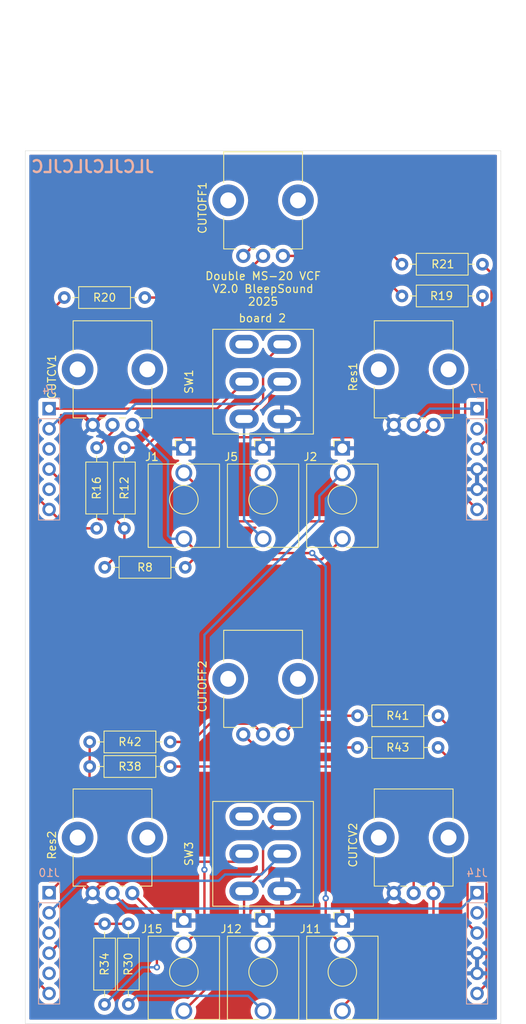
<source format=kicad_pcb>
(kicad_pcb (version 20241229) (generator "pcbnew") (generator_version "9.0")
  (layers (0 "F.Cu" signal) (2 "B.Cu" signal) (13 "F.Paste" user) (15 "B.Paste" user) (5 "F.SilkS" user "F.Silkscreen") (7 "B.SilkS" user "B.Silkscreen") (1 "F.Mask" user) (3 "B.Mask" user) (25 "Edge.Cuts" user))
  (net 0 "")
  (net 1 "GND")
  (net 2 "+12V")
  (net 3 "-12V")
  (net 4 "/HPass")
  (net 5 "/Out1")
  (net 6 "/Filtre2/HPass")
  (net 7 "/Filtre2/Out1")
  (net 8 "Net-(CUTCV1-Pad2)")
  (net 9 "CV1In")
  (net 10 "Net-(CUTCV2-Pad2)")
  (net 11 "CV2In")
  (net 12 "Net-(CUTOFF1-Pad1)")
  (net 13 "Net-(CUTOFF1-Pad2)")
  (net 14 "Net-(CUTOFF1-Pad3)")
  (net 15 "Net-(CUTOFF2-Pad1)")
  (net 16 "Net-(CUTOFF2-Pad2)")
  (net 17 "Net-(CUTOFF2-Pad3)")
  (net 18 "/LPass")
  (net 19 "/FilterOut")
  (net 20 "/Cutoff")
  (net 21 "/ResOut")
  (net 22 "/FilterIn")
  (net 23 "/Filtre2/FilterIn")
  (net 24 "/Filtre2/LPass")
  (net 25 "/Filtre2/FilterOut")
  (net 26 "/Filtre2/Cutoff")
  (net 27 "/Filtre2/ResOut")
  (net 28 "Filter2In")
  (net 39 "Net-(R12-Pad1)")
  (net 40 "Net-(R34-Pad1)")
  (footprint "Kicad-perso:Pot-bourns-alpha" (layer "F.Cu") (at 108.5 71.05 90)
    (property "Reference" "CUTCV1" (at 6.05 -10.15 90) (layer "F.SilkS"))
    (property "Value" "B100k")
    (fp_line (start 13.12 -7.47) (end 13.12 2.47) (stroke (width 0.12)) (layer "F.SilkS"))
    (fp_line (start 9.255 -7.47) (end 13.12 -7.47) (stroke (width 0.12)) (layer "F.SilkS"))
    (fp_line (start 0.88 -7.47) (end 4.745 -7.47) (stroke (width 0.12)) (layer "F.SilkS"))
    (fp_line (start 0.88 -7.47) (end 0.88 -5.871) (stroke (width 0.12)) (layer "F.SilkS"))
    (fp_line (start 0.88 -4.129) (end 0.88 -3.37) (stroke (width 0.12)) (layer "F.SilkS"))
    (fp_line (start 0.88 -1.629) (end 0.88 -0.87) (stroke (width 0.12)) (layer "F.SilkS"))
    (fp_line (start 0.88 0.87) (end 0.88 2.47) (stroke (width 0.12)) (layer "F.SilkS"))
    (fp_line (start 9.255 2.47) (end 13.12 2.47) (stroke (width 0.12)) (layer "F.SilkS"))
    (fp_line (start 0.88 2.47) (end 4.745 2.47) (stroke (width 0.12)) (layer "F.SilkS"))
    (pad "" np_thru_hole circle (at 7 -6.9 90) (size 4 4) (drill 2) (layers "*.Cu" "*.Mask"))
    (pad "" np_thru_hole circle (at 7 1.9 90) (size 4 4) (drill 2) (layers "*.Cu" "*.Mask"))
    (pad "1" thru_hole circle (at 0 -5 90) (size 1.8 1.8) (drill 1) (layers "*.Cu" "*.Mask") (net 1 "GND"))
    (pad "2" thru_hole circle (at 0 -2.5 90) (size 1.8 1.8) (drill 1) (layers "*.Cu" "*.Mask") (net 8 "Net-(CUTCV1-Pad2)"))
    (pad "3" thru_hole circle (at 0 0 90) (size 1.8 1.8) (drill 1) (layers "*.Cu" "*.Mask") (net 9 "CV1In"))
  )
  (footprint "Kicad-perso:Pot-bourns-alpha" (layer "F.Cu") (at 127.5 49.75 90)
    (property "Reference" "CUTOFF1" (at 6.05 -10.15 90) (layer "F.SilkS"))
    (property "Value" "B100k")
    (fp_line (start 13.12 -7.47) (end 13.12 2.47) (stroke (width 0.12)) (layer "F.SilkS"))
    (fp_line (start 9.255 -7.47) (end 13.12 -7.47) (stroke (width 0.12)) (layer "F.SilkS"))
    (fp_line (start 0.88 -7.47) (end 4.745 -7.47) (stroke (width 0.12)) (layer "F.SilkS"))
    (fp_line (start 0.88 -7.47) (end 0.88 -5.871) (stroke (width 0.12)) (layer "F.SilkS"))
    (fp_line (start 0.88 -4.129) (end 0.88 -3.37) (stroke (width 0.12)) (layer "F.SilkS"))
    (fp_line (start 0.88 -1.629) (end 0.88 -0.87) (stroke (width 0.12)) (layer "F.SilkS"))
    (fp_line (start 0.88 0.87) (end 0.88 2.47) (stroke (width 0.12)) (layer "F.SilkS"))
    (fp_line (start 9.255 2.47) (end 13.12 2.47) (stroke (width 0.12)) (layer "F.SilkS"))
    (fp_line (start 0.88 2.47) (end 4.745 2.47) (stroke (width 0.12)) (layer "F.SilkS"))
    (pad "" np_thru_hole circle (at 7 -6.9 90) (size 4 4) (drill 2) (layers "*.Cu" "*.Mask"))
    (pad "" np_thru_hole circle (at 7 1.9 90) (size 4 4) (drill 2) (layers "*.Cu" "*.Mask"))
    (pad "1" thru_hole circle (at 0 -5 90) (size 1.8 1.8) (drill 1) (layers "*.Cu" "*.Mask") (net 12 "Net-(CUTOFF1-Pad1)"))
    (pad "2" thru_hole circle (at 0 -2.5 90) (size 1.8 1.8) (drill 1) (layers "*.Cu" "*.Mask") (net 13 "Net-(CUTOFF1-Pad2)"))
    (pad "3" thru_hole circle (at 0 0 90) (size 1.8 1.8) (drill 1) (layers "*.Cu" "*.Mask") (net 14 "Net-(CUTOFF1-Pad3)"))
  )
  (footprint "Resistor_THT:R_Axial_DIN0207_L6.3mm_D2.5mm_P10.16mm_Horizontal" (layer "F.Cu") (at 104 84.08 90)
    (property "Reference" "R16" (at 5.08 0 90) (layer "F.SilkS"))
    (property "Value" "82k")
    (fp_line (start 8.35 -1.37) (end 1.81 -1.37) (stroke (width 0.12)) (layer "F.SilkS"))
    (fp_line (start 1.81 -1.37) (end 1.81 1.37) (stroke (width 0.12)) (layer "F.SilkS"))
    (fp_line (start 9.12 0) (end 8.35 0) (stroke (width 0.12)) (layer "F.SilkS"))
    (fp_line (start 1.04 0) (end 1.81 0) (stroke (width 0.12)) (layer "F.SilkS"))
    (fp_line (start 8.35 1.37) (end 8.35 -1.37) (stroke (width 0.12)) (layer "F.SilkS"))
    (fp_line (start 1.81 1.37) (end 8.35 1.37) (stroke (width 0.12)) (layer "F.SilkS"))
    (pad "1" thru_hole circle (at 0 0 90) (size 1.6 1.6) (drill 0.8) (layers "*.Cu" "*.Mask") (net 20 "/Cutoff"))
    (pad "2" thru_hole oval (at 10.16 0 90) (size 1.6 1.6) (drill 0.8) (layers "*.Cu" "*.Mask") (net 8 "Net-(CUTCV1-Pad2)"))
  )
  (footprint "Resistor_THT:R_Axial_DIN0207_L6.3mm_D2.5mm_P10.16mm_Horizontal" (layer "F.Cu") (at 99.92 55)
    (property "Reference" "R20" (at 5.08 0 0) (layer "F.SilkS"))
    (property "Value" "100k")
    (fp_line (start 1.04 0) (end 1.81 0) (stroke (width 0.12)) (layer "F.SilkS"))
    (fp_line (start 1.81 -1.37) (end 1.81 1.37) (stroke (width 0.12)) (layer "F.SilkS"))
    (fp_line (start 1.81 1.37) (end 8.35 1.37) (stroke (width 0.12)) (layer "F.SilkS"))
    (fp_line (start 8.35 -1.37) (end 1.81 -1.37) (stroke (width 0.12)) (layer "F.SilkS"))
    (fp_line (start 8.35 1.37) (end 8.35 -1.37) (stroke (width 0.12)) (layer "F.SilkS"))
    (fp_line (start 9.12 0) (end 8.35 0) (stroke (width 0.12)) (layer "F.SilkS"))
    (pad "1" thru_hole circle (at 0 0) (size 1.6 1.6) (drill 0.8) (layers "*.Cu" "*.Mask") (net 20 "/Cutoff"))
    (pad "2" thru_hole oval (at 10.16 0) (size 1.6 1.6) (drill 0.8) (layers "*.Cu" "*.Mask") (net 13 "Net-(CUTOFF1-Pad2)"))
  )
  (footprint "Resistor_THT:R_Axial_DIN0207_L6.3mm_D2.5mm_P10.16mm_Horizontal" (layer "F.Cu") (at 142.52 54.8)
    (property "Reference" "R19" (at 5 0 0) (layer "F.SilkS"))
    (property "Value" "33k")
    (fp_line (start 1.04 0) (end 1.81 0) (stroke (width 0.12)) (layer "F.SilkS"))
    (fp_line (start 1.81 -1.37) (end 1.81 1.37) (stroke (width 0.12)) (layer "F.SilkS"))
    (fp_line (start 1.81 1.37) (end 8.35 1.37) (stroke (width 0.12)) (layer "F.SilkS"))
    (fp_line (start 8.35 -1.37) (end 1.81 -1.37) (stroke (width 0.12)) (layer "F.SilkS"))
    (fp_line (start 8.35 1.37) (end 8.35 -1.37) (stroke (width 0.12)) (layer "F.SilkS"))
    (fp_line (start 9.12 0) (end 8.35 0) (stroke (width 0.12)) (layer "F.SilkS"))
    (pad "1" thru_hole circle (at 0 0) (size 1.6 1.6) (drill 0.8) (layers "*.Cu" "*.Mask") (net 14 "Net-(CUTOFF1-Pad3)"))
    (pad "2" thru_hole oval (at 10.16 0) (size 1.6 1.6) (drill 0.8) (layers "*.Cu" "*.Mask") (net 2 "+12V"))
  )
  (footprint "Resistor_THT:R_Axial_DIN0207_L6.3mm_D2.5mm_P10.16mm_Horizontal" (layer "F.Cu") (at 152.68 50.8 180)
    (property "Reference" "R21" (at 5 0 0) (layer "F.SilkS"))
    (property "Value" "56k")
    (fp_line (start 9.12 0) (end 8.35 0) (stroke (width 0.12)) (layer "F.SilkS"))
    (fp_line (start 8.35 1.37) (end 8.35 -1.37) (stroke (width 0.12)) (layer "F.SilkS"))
    (fp_line (start 8.35 -1.37) (end 1.81 -1.37) (stroke (width 0.12)) (layer "F.SilkS"))
    (fp_line (start 1.81 1.37) (end 8.35 1.37) (stroke (width 0.12)) (layer "F.SilkS"))
    (fp_line (start 1.81 -1.37) (end 1.81 1.37) (stroke (width 0.12)) (layer "F.SilkS"))
    (fp_line (start 1.04 0) (end 1.81 0) (stroke (width 0.12)) (layer "F.SilkS"))
    (pad "1" thru_hole circle (at 0 0 180) (size 1.6 1.6) (drill 0.8) (layers "*.Cu" "*.Mask") (net 3 "-12V"))
    (pad "2" thru_hole oval (at 10.16 0 180) (size 1.6 1.6) (drill 0.8) (layers "*.Cu" "*.Mask") (net 12 "Net-(CUTOFF1-Pad1)"))
  )
  (footprint "Resistor_THT:R_Axial_DIN0207_L6.3mm_D2.5mm_P10.16mm_Horizontal" (layer "F.Cu") (at 107.5 73.92 -90)
    (property "Reference" "R12" (at 5.08 0 90) (layer "F.SilkS"))
    (property "Value" "1k")
    (fp_line (start 1.81 1.37) (end 8.35 1.37) (stroke (width 0.12)) (layer "F.SilkS"))
    (fp_line (start 8.35 1.37) (end 8.35 -1.37) (stroke (width 0.12)) (layer "F.SilkS"))
    (fp_line (start 1.04 0) (end 1.81 0) (stroke (width 0.12)) (layer "F.SilkS"))
    (fp_line (start 9.12 0) (end 8.35 0) (stroke (width 0.12)) (layer "F.SilkS"))
    (fp_line (start 1.81 -1.37) (end 1.81 1.37) (stroke (width 0.12)) (layer "F.SilkS"))
    (fp_line (start 8.35 -1.37) (end 1.81 -1.37) (stroke (width 0.12)) (layer "F.SilkS"))
    (pad "1" thru_hole circle (at 0 0 270) (size 1.6 1.6) (drill 0.8) (layers "*.Cu" "*.Mask") (net 39 "Net-(R12-Pad1)"))
    (pad "2" thru_hole oval (at 10.16 0 270) (size 1.6 1.6) (drill 0.8) (layers "*.Cu" "*.Mask") (net 5 "/Out1"))
  )
  (footprint "Resistor_THT:R_Axial_DIN0207_L6.3mm_D2.5mm_P10.16mm_Horizontal" (layer "F.Cu") (at 115.18 89 180)
    (property "Reference" "R8" (at 5.08 0 0) (layer "F.SilkS"))
    (property "Value" "1k")
    (fp_line (start 9.12 0) (end 8.35 0) (stroke (width 0.12)) (layer "F.SilkS"))
    (fp_line (start 8.35 1.37) (end 8.35 -1.37) (stroke (width 0.12)) (layer "F.SilkS"))
    (fp_line (start 8.35 -1.37) (end 1.81 -1.37) (stroke (width 0.12)) (layer "F.SilkS"))
    (fp_line (start 1.81 1.37) (end 8.35 1.37) (stroke (width 0.12)) (layer "F.SilkS"))
    (fp_line (start 1.81 -1.37) (end 1.81 1.37) (stroke (width 0.12)) (layer "F.SilkS"))
    (fp_line (start 1.04 0) (end 1.81 0) (stroke (width 0.12)) (layer "F.SilkS"))
    (pad "1" thru_hole circle (at 0 0 180) (size 1.6 1.6) (drill 0.8) (layers "*.Cu" "*.Mask") (net 19 "/FilterOut"))
    (pad "2" thru_hole oval (at 10.16 0 180) (size 1.6 1.6) (drill 0.8) (layers "*.Cu" "*.Mask") (net 5 "/Out1"))
  )
  (footprint "Resistor_THT:R_Axial_DIN0207_L6.3mm_D2.5mm_P10.16mm_Horizontal" (layer "F.Cu") (at 105 144.08 90)
    (property "Reference" "R34" (at 5.08 0 90) (layer "F.SilkS"))
    (property "Value" "1k")
    (fp_line (start 8.35 -1.37) (end 1.81 -1.37) (stroke (width 0.12)) (layer "F.SilkS"))
    (fp_line (start 1.81 -1.37) (end 1.81 1.37) (stroke (width 0.12)) (layer "F.SilkS"))
    (fp_line (start 9.12 0) (end 8.35 0) (stroke (width 0.12)) (layer "F.SilkS"))
    (fp_line (start 1.04 0) (end 1.81 0) (stroke (width 0.12)) (layer "F.SilkS"))
    (fp_line (start 8.35 1.37) (end 8.35 -1.37) (stroke (width 0.12)) (layer "F.SilkS"))
    (fp_line (start 1.81 1.37) (end 8.35 1.37) (stroke (width 0.12)) (layer "F.SilkS"))
    (pad "1" thru_hole circle (at 0 0 90) (size 1.6 1.6) (drill 0.8) (layers "*.Cu" "*.Mask") (net 40 "Net-(R34-Pad1)"))
    (pad "2" thru_hole oval (at 10.16 0 90) (size 1.6 1.6) (drill 0.8) (layers "*.Cu" "*.Mask") (net 7 "/Filtre2/Out1"))
  )
  (footprint "Resistor_THT:R_Axial_DIN0207_L6.3mm_D2.5mm_P10.16mm_Horizontal" (layer "F.Cu") (at 108 144.08 90)
    (property "Reference" "R30" (at 5.08 0 90) (layer "F.SilkS"))
    (property "Value" "1k")
    (fp_line (start 8.35 -1.37) (end 1.81 -1.37) (stroke (width 0.12)) (layer "F.SilkS"))
    (fp_line (start 1.81 -1.37) (end 1.81 1.37) (stroke (width 0.12)) (layer "F.SilkS"))
    (fp_line (start 9.12 0) (end 8.35 0) (stroke (width 0.12)) (layer "F.SilkS"))
    (fp_line (start 1.04 0) (end 1.81 0) (stroke (width 0.12)) (layer "F.SilkS"))
    (fp_line (start 8.35 1.37) (end 8.35 -1.37) (stroke (width 0.12)) (layer "F.SilkS"))
    (fp_line (start 1.81 1.37) (end 8.35 1.37) (stroke (width 0.12)) (layer "F.SilkS"))
    (pad "1" thru_hole circle (at 0 0 90) (size 1.6 1.6) (drill 0.8) (layers "*.Cu" "*.Mask") (net 25 "/Filtre2/FilterOut"))
    (pad "2" thru_hole oval (at 10.16 0 90) (size 1.6 1.6) (drill 0.8) (layers "*.Cu" "*.Mask") (net 7 "/Filtre2/Out1"))
  )
  (footprint "Kicad-perso:Pot-bourns-alpha" (layer "F.Cu") (at 146.5 71.05 90)
    (property "Reference" "Res1" (at 6.05 -10.15 90) (layer "F.SilkS"))
    (property "Value" "B100k")
    (fp_line (start 13.12 -7.47) (end 13.12 2.47) (stroke (width 0.12)) (layer "F.SilkS"))
    (fp_line (start 9.255 -7.47) (end 13.12 -7.47) (stroke (width 0.12)) (layer "F.SilkS"))
    (fp_line (start 0.88 -7.47) (end 4.745 -7.47) (stroke (width 0.12)) (layer "F.SilkS"))
    (fp_line (start 0.88 -7.47) (end 0.88 -5.871) (stroke (width 0.12)) (layer "F.SilkS"))
    (fp_line (start 0.88 -4.129) (end 0.88 -3.37) (stroke (width 0.12)) (layer "F.SilkS"))
    (fp_line (start 0.88 -1.629) (end 0.88 -0.87) (stroke (width 0.12)) (layer "F.SilkS"))
    (fp_line (start 0.88 0.87) (end 0.88 2.47) (stroke (width 0.12)) (layer "F.SilkS"))
    (fp_line (start 9.255 2.47) (end 13.12 2.47) (stroke (width 0.12)) (layer "F.SilkS"))
    (fp_line (start 0.88 2.47) (end 4.745 2.47) (stroke (width 0.12)) (layer "F.SilkS"))
    (pad "" np_thru_hole circle (at 7 -6.9 90) (size 4 4) (drill 2) (layers "*.Cu" "*.Mask"))
    (pad "" np_thru_hole circle (at 7 1.9 90) (size 4 4) (drill 2) (layers "*.Cu" "*.Mask"))
    (pad "1" thru_hole circle (at 0 -5 90) (size 1.8 1.8) (drill 1) (layers "*.Cu" "*.Mask") (net 1 "GND"))
    (pad "2" thru_hole circle (at 0 -2.5 90) (size 1.8 1.8) (drill 1) (layers "*.Cu" "*.Mask") (net 21 "/ResOut"))
    (pad "3" thru_hole circle (at 0 0 90) (size 1.8 1.8) (drill 1) (layers "*.Cu" "*.Mask") (net 39 "Net-(R12-Pad1)"))
  )
  (footprint "Kicad-perso:SW_DPDT_Toggle" (layer "F.Cu") (at 125 65.6 90)
    (property "Reference" "SW1" (at 0 -9.35 90) (layer "F.SilkS"))
    (property "Value" "Hpass/Lpass Switch")
    (fp_line (start 6.6 -6.35) (end 6.6 3.35) (stroke (width 0.12)) (layer "F.SilkS"))
    (fp_line (start 0 -6.35) (end 6.6 -6.35) (stroke (width 0.12)) (layer "F.SilkS"))
    (fp_line (start 0 -6.35) (end -6 -6.35) (stroke (width 0.12)) (layer "F.SilkS"))
    (fp_line (start -6 -6.35) (end -6.4 -6.35) (stroke (width 0.12)) (layer "F.SilkS"))
    (fp_line (start -6.4 -6.35) (end -6.6 -6.35) (stroke (width 0.12)) (layer "F.SilkS"))
    (fp_line (start -6.6 3.35) (end -6.6 -6.35) (stroke (width 0.12)) (layer "F.SilkS"))
    (fp_line (start 6.6 6.35) (end 6.6 3.35) (stroke (width 0.12)) (layer "F.SilkS"))
    (fp_line (start 6.6 6.35) (end -6.6 6.35) (stroke (width 0.12)) (layer "F.SilkS"))
    (fp_line (start -6.6 6.35) (end -6.6 3.35) (stroke (width 0.12)) (layer "F.SilkS"))
    (pad "1" thru_hole oval (at 4.7 -2.4 180) (size 3.7 2.4) (drill oval 2.2 1) (layers "*.Cu" "*.Mask"))
    (pad "2" thru_hole oval (at 0 -2.4 180) (size 3.7 2.4) (drill oval 2.2 1) (layers "*.Cu" "*.Mask") (net 18 "/LPass"))
    (pad "3" thru_hole oval (at -4.7 -2.4 180) (size 3.7 2.4) (drill oval 2.2 1) (layers "*.Cu" "*.Mask") (net 22 "/FilterIn"))
    (pad "4" thru_hole oval (at 4.7 2.4 180) (size 3.7 2.4) (drill oval 2.2 1) (layers "*.Cu" "*.Mask") (net 22 "/FilterIn"))
    (pad "5" thru_hole oval (at 0 2.4 180) (size 3.7 2.4) (drill oval 2.2 1) (layers "*.Cu" "*.Mask") (net 4 "/HPass"))
    (pad "6" thru_hole oval (at -4.7 2.4 180) (size 3.7 2.4) (drill oval 2.2 1) (layers "*.Cu" "*.Mask") (net 1 "GND"))
  )
  (footprint "Resistor_THT:R_Axial_DIN0207_L6.3mm_D2.5mm_P10.16mm_Horizontal" (layer "F.Cu") (at 103.12 111)
    (property "Reference" "R42" (at 5.08 0 0) (layer "F.SilkS"))
    (property "Value" "100k")
    (fp_line (start 1.04 0) (end 1.81 0) (stroke (width 0.12)) (layer "F.SilkS"))
    (fp_line (start 1.81 -1.37) (end 1.81 1.37) (stroke (width 0.12)) (layer "F.SilkS"))
    (fp_line (start 1.81 1.37) (end 8.35 1.37) (stroke (width 0.12)) (layer "F.SilkS"))
    (fp_line (start 8.35 -1.37) (end 1.81 -1.37) (stroke (width 0.12)) (layer "F.SilkS"))
    (fp_line (start 8.35 1.37) (end 8.35 -1.37) (stroke (width 0.12)) (layer "F.SilkS"))
    (fp_line (start 9.12 0) (end 8.35 0) (stroke (width 0.12)) (layer "F.SilkS"))
    (pad "1" thru_hole circle (at 0 0) (size 1.6 1.6) (drill 0.8) (layers "*.Cu" "*.Mask") (net 26 "/Filtre2/Cutoff"))
    (pad "2" thru_hole oval (at 10.16 0) (size 1.6 1.6) (drill 0.8) (layers "*.Cu" "*.Mask") (net 16 "Net-(CUTOFF2-Pad2)"))
  )
  (footprint "Resistor_THT:R_Axial_DIN0207_L6.3mm_D2.5mm_P10.16mm_Horizontal" (layer "F.Cu") (at 147.08 111.7 180)
    (property "Reference" "R43" (at 5.08 0 0) (layer "F.SilkS"))
    (property "Value" "56k")
    (fp_line (start 9.12 0) (end 8.35 0) (stroke (width 0.12)) (layer "F.SilkS"))
    (fp_line (start 8.35 1.37) (end 8.35 -1.37) (stroke (width 0.12)) (layer "F.SilkS"))
    (fp_line (start 8.35 -1.37) (end 1.81 -1.37) (stroke (width 0.12)) (layer "F.SilkS"))
    (fp_line (start 1.81 1.37) (end 8.35 1.37) (stroke (width 0.12)) (layer "F.SilkS"))
    (fp_line (start 1.81 -1.37) (end 1.81 1.37) (stroke (width 0.12)) (layer "F.SilkS"))
    (fp_line (start 1.04 0) (end 1.81 0) (stroke (width 0.12)) (layer "F.SilkS"))
    (pad "1" thru_hole circle (at 0 0 180) (size 1.6 1.6) (drill 0.8) (layers "*.Cu" "*.Mask") (net 3 "-12V"))
    (pad "2" thru_hole oval (at 10.16 0 180) (size 1.6 1.6) (drill 0.8) (layers "*.Cu" "*.Mask") (net 15 "Net-(CUTOFF2-Pad1)"))
  )
  (footprint "Resistor_THT:R_Axial_DIN0207_L6.3mm_D2.5mm_P10.16mm_Horizontal" (layer "F.Cu") (at 136.92 107.7)
    (property "Reference" "R41" (at 5.08 0 0) (layer "F.SilkS"))
    (property "Value" "33k")
    (fp_line (start 1.04 0) (end 1.81 0) (stroke (width 0.12)) (layer "F.SilkS"))
    (fp_line (start 1.81 -1.37) (end 1.81 1.37) (stroke (width 0.12)) (layer "F.SilkS"))
    (fp_line (start 1.81 1.37) (end 8.35 1.37) (stroke (width 0.12)) (layer "F.SilkS"))
    (fp_line (start 8.35 -1.37) (end 1.81 -1.37) (stroke (width 0.12)) (layer "F.SilkS"))
    (fp_line (start 8.35 1.37) (end 8.35 -1.37) (stroke (width 0.12)) (layer "F.SilkS"))
    (fp_line (start 9.12 0) (end 8.35 0) (stroke (width 0.12)) (layer "F.SilkS"))
    (pad "1" thru_hole circle (at 0 0) (size 1.6 1.6) (drill 0.8) (layers "*.Cu" "*.Mask") (net 17 "Net-(CUTOFF2-Pad3)"))
    (pad "2" thru_hole oval (at 10.16 0) (size 1.6 1.6) (drill 0.8) (layers "*.Cu" "*.Mask") (net 2 "+12V"))
  )
  (footprint "Resistor_THT:R_Axial_DIN0207_L6.3mm_D2.5mm_P10.16mm_Horizontal" (layer "F.Cu") (at 103.12 114.1)
    (property "Reference" "R38" (at 5.08 0 0) (layer "F.SilkS"))
    (property "Value" "82k")
    (fp_line (start 1.04 0) (end 1.81 0) (stroke (width 0.12)) (layer "F.SilkS"))
    (fp_line (start 1.81 -1.37) (end 1.81 1.37) (stroke (width 0.12)) (layer "F.SilkS"))
    (fp_line (start 1.81 1.37) (end 8.35 1.37) (stroke (width 0.12)) (layer "F.SilkS"))
    (fp_line (start 8.35 -1.37) (end 1.81 -1.37) (stroke (width 0.12)) (layer "F.SilkS"))
    (fp_line (start 8.35 1.37) (end 8.35 -1.37) (stroke (width 0.12)) (layer "F.SilkS"))
    (fp_line (start 9.12 0) (end 8.35 0) (stroke (width 0.12)) (layer "F.SilkS"))
    (pad "1" thru_hole circle (at 0 0) (size 1.6 1.6) (drill 0.8) (layers "*.Cu" "*.Mask") (net 26 "/Filtre2/Cutoff"))
    (pad "2" thru_hole oval (at 10.16 0) (size 1.6 1.6) (drill 0.8) (layers "*.Cu" "*.Mask") (net 10 "Net-(CUTCV2-Pad2)"))
  )
  (footprint "Kicad-perso:SW_DPDT_Toggle" (layer "F.Cu") (at 125 125.1 90)
    (property "Reference" "SW3" (at 0 -9.35 90) (layer "F.SilkS"))
    (property "Value" "Hpass/Lpass Switch")
    (fp_line (start 6.6 -6.35) (end 6.6 3.35) (stroke (width 0.12)) (layer "F.SilkS"))
    (fp_line (start 0 -6.35) (end 6.6 -6.35) (stroke (width 0.12)) (layer "F.SilkS"))
    (fp_line (start 0 -6.35) (end -6 -6.35) (stroke (width 0.12)) (layer "F.SilkS"))
    (fp_line (start -6 -6.35) (end -6.4 -6.35) (stroke (width 0.12)) (layer "F.SilkS"))
    (fp_line (start -6.4 -6.35) (end -6.6 -6.35) (stroke (width 0.12)) (layer "F.SilkS"))
    (fp_line (start -6.6 3.35) (end -6.6 -6.35) (stroke (width 0.12)) (layer "F.SilkS"))
    (fp_line (start 6.6 6.35) (end 6.6 3.35) (stroke (width 0.12)) (layer "F.SilkS"))
    (fp_line (start 6.6 6.35) (end -6.6 6.35) (stroke (width 0.12)) (layer "F.SilkS"))
    (fp_line (start -6.6 6.35) (end -6.6 3.35) (stroke (width 0.12)) (layer "F.SilkS"))
    (pad "1" thru_hole oval (at 4.7 -2.4 180) (size 3.7 2.4) (drill oval 2.2 1) (layers "*.Cu" "*.Mask"))
    (pad "2" thru_hole oval (at 0 -2.4 180) (size 3.7 2.4) (drill oval 2.2 1) (layers "*.Cu" "*.Mask") (net 24 "/Filtre2/LPass"))
    (pad "3" thru_hole oval (at -4.7 -2.4 180) (size 3.7 2.4) (drill oval 2.2 1) (layers "*.Cu" "*.Mask") (net 23 "/Filtre2/FilterIn"))
    (pad "4" thru_hole oval (at 4.7 2.4 180) (size 3.7 2.4) (drill oval 2.2 1) (layers "*.Cu" "*.Mask") (net 23 "/Filtre2/FilterIn"))
    (pad "5" thru_hole oval (at 0 2.4 180) (size 3.7 2.4) (drill oval 2.2 1) (layers "*.Cu" "*.Mask") (net 6 "/Filtre2/HPass"))
    (pad "6" thru_hole oval (at -4.7 2.4 180) (size 3.7 2.4) (drill oval 2.2 1) (layers "*.Cu" "*.Mask") (net 1 "GND"))
  )
  (footprint "Kicad-perso:Pot-bourns-alpha" (layer "F.Cu") (at 146.5 130.05 90)
    (property "Reference" "CUTCV2" (at 6.05 -10.15 90) (layer "F.SilkS"))
    (property "Value" "B100k")
    (fp_line (start 13.12 -7.47) (end 13.12 2.47) (stroke (width 0.12)) (layer "F.SilkS"))
    (fp_line (start 9.255 -7.47) (end 13.12 -7.47) (stroke (width 0.12)) (layer "F.SilkS"))
    (fp_line (start 0.88 -7.47) (end 4.745 -7.47) (stroke (width 0.12)) (layer "F.SilkS"))
    (fp_line (start 0.88 -7.47) (end 0.88 -5.871) (stroke (width 0.12)) (layer "F.SilkS"))
    (fp_line (start 0.88 -4.129) (end 0.88 -3.37) (stroke (width 0.12)) (layer "F.SilkS"))
    (fp_line (start 0.88 -1.629) (end 0.88 -0.87) (stroke (width 0.12)) (layer "F.SilkS"))
    (fp_line (start 0.88 0.87) (end 0.88 2.47) (stroke (width 0.12)) (layer "F.SilkS"))
    (fp_line (start 9.255 2.47) (end 13.12 2.47) (stroke (width 0.12)) (layer "F.SilkS"))
    (fp_line (start 0.88 2.47) (end 4.745 2.47) (stroke (width 0.12)) (layer "F.SilkS"))
    (pad "" np_thru_hole circle (at 7 -6.9 90) (size 4 4) (drill 2) (layers "*.Cu" "*.Mask"))
    (pad "" np_thru_hole circle (at 7 1.9 90) (size 4 4) (drill 2) (layers "*.Cu" "*.Mask"))
    (pad "1" thru_hole circle (at 0 -5 90) (size 1.8 1.8) (drill 1) (layers "*.Cu" "*.Mask") (net 1 "GND"))
    (pad "2" thru_hole circle (at 0 -2.5 90) (size 1.8 1.8) (drill 1) (layers "*.Cu" "*.Mask") (net 10 "Net-(CUTCV2-Pad2)"))
    (pad "3" thru_hole circle (at 0 0 90) (size 1.8 1.8) (drill 1) (layers "*.Cu" "*.Mask") (net 11 "CV2In"))
  )
  (footprint "Kicad-perso:Pot-bourns-alpha" (layer "F.Cu") (at 108.5 130.05 90)
    (property "Reference" "Res2" (at 6.05 -10.15 90) (layer "F.SilkS"))
    (property "Value" "B100k")
    (fp_line (start 13.12 -7.47) (end 13.12 2.47) (stroke (width 0.12)) (layer "F.SilkS"))
    (fp_line (start 9.255 -7.47) (end 13.12 -7.47) (stroke (width 0.12)) (layer "F.SilkS"))
    (fp_line (start 0.88 -7.47) (end 4.745 -7.47) (stroke (width 0.12)) (layer "F.SilkS"))
    (fp_line (start 0.88 -7.47) (end 0.88 -5.871) (stroke (width 0.12)) (layer "F.SilkS"))
    (fp_line (start 0.88 -4.129) (end 0.88 -3.37) (stroke (width 0.12)) (layer "F.SilkS"))
    (fp_line (start 0.88 -1.629) (end 0.88 -0.87) (stroke (width 0.12)) (layer "F.SilkS"))
    (fp_line (start 0.88 0.87) (end 0.88 2.47) (stroke (width 0.12)) (layer "F.SilkS"))
    (fp_line (start 9.255 2.47) (end 13.12 2.47) (stroke (width 0.12)) (layer "F.SilkS"))
    (fp_line (start 0.88 2.47) (end 4.745 2.47) (stroke (width 0.12)) (layer "F.SilkS"))
    (pad "" np_thru_hole circle (at 7 -6.9 90) (size 4 4) (drill 2) (layers "*.Cu" "*.Mask"))
    (pad "" np_thru_hole circle (at 7 1.9 90) (size 4 4) (drill 2) (layers "*.Cu" "*.Mask"))
    (pad "1" thru_hole circle (at 0 -5 90) (size 1.8 1.8) (drill 1) (layers "*.Cu" "*.Mask") (net 1 "GND"))
    (pad "2" thru_hole circle (at 0 -2.5 90) (size 1.8 1.8) (drill 1) (layers "*.Cu" "*.Mask") (net 27 "/Filtre2/ResOut"))
    (pad "3" thru_hole circle (at 0 0 90) (size 1.8 1.8) (drill 1) (layers "*.Cu" "*.Mask") (net 40 "Net-(R34-Pad1)"))
  )
  (footprint "Kicad-perso:Pot-bourns-alpha" (layer "F.Cu") (at 127.5 110.05 90)
    (property "Reference" "CUTOFF2" (at 6.05 -10.15 90) (layer "F.SilkS"))
    (property "Value" "B100k")
    (fp_line (start 13.12 -7.47) (end 13.12 2.47) (stroke (width 0.12)) (layer "F.SilkS"))
    (fp_line (start 9.255 -7.47) (end 13.12 -7.47) (stroke (width 0.12)) (layer "F.SilkS"))
    (fp_line (start 0.88 -7.47) (end 4.745 -7.47) (stroke (width 0.12)) (layer "F.SilkS"))
    (fp_line (start 0.88 -7.47) (end 0.88 -5.871) (stroke (width 0.12)) (layer "F.SilkS"))
    (fp_line (start 0.88 -4.129) (end 0.88 -3.37) (stroke (width 0.12)) (layer "F.SilkS"))
    (fp_line (start 0.88 -1.629) (end 0.88 -0.87) (stroke (width 0.12)) (layer "F.SilkS"))
    (fp_line (start 0.88 0.87) (end 0.88 2.47) (stroke (width 0.12)) (layer "F.SilkS"))
    (fp_line (start 9.255 2.47) (end 13.12 2.47) (stroke (width 0.12)) (layer "F.SilkS"))
    (fp_line (start 0.88 2.47) (end 4.745 2.47) (stroke (width 0.12)) (layer "F.SilkS"))
    (pad "" np_thru_hole circle (at 7 -6.9 90) (size 4 4) (drill 2) (layers "*.Cu" "*.Mask"))
    (pad "" np_thru_hole circle (at 7 1.9 90) (size 4 4) (drill 2) (layers "*.Cu" "*.Mask"))
    (pad "1" thru_hole circle (at 0 -5 90) (size 1.8 1.8) (drill 1) (layers "*.Cu" "*.Mask") (net 15 "Net-(CUTOFF2-Pad1)"))
    (pad "2" thru_hole circle (at 0 -2.5 90) (size 1.8 1.8) (drill 1) (layers "*.Cu" "*.Mask") (net 16 "Net-(CUTOFF2-Pad2)"))
    (pad "3" thru_hole circle (at 0 0 90) (size 1.8 1.8) (drill 1) (layers "*.Cu" "*.Mask") (net 17 "Net-(CUTOFF2-Pad3)"))
  )
  (footprint "Kicad-perso:Thonkiconn" (layer "F.Cu") (at 125 133.5)
    (property "Reference" "J12" (at -4.03 1.08 180) (layer "F.SilkS"))
    (property "Value" "jack")
    (fp_line (start -4.5 1.98) (end -4.5 12.48) (stroke (width 0.12)) (layer "F.SilkS"))
    (fp_line (start -1.06 -1) (end -1.06 -0.2) (stroke (width 0.12)) (layer "F.SilkS"))
    (fp_line (start -1.06 -1) (end -0.2 -1) (stroke (width 0.12)) (layer "F.SilkS"))
    (fp_line (start -0.5 12.48) (end -4.5 12.48) (stroke (width 0.12)) (layer "F.SilkS"))
    (fp_line (start -0.35 1.98) (end -4.5 1.98) (stroke (width 0.12)) (layer "F.SilkS"))
    (fp_line (start 4.5 1.98) (end 0.35 1.98) (stroke (width 0.12)) (layer "F.SilkS"))
    (fp_line (start 4.5 1.98) (end 4.5 12.48) (stroke (width 0.12)) (layer "F.SilkS"))
    (fp_line (start 4.5 12.48) (end 0.5 12.48) (stroke (width 0.12)) (layer "F.SilkS"))
    (fp_circle (center 0 6.48) (end 1.8 6.48) (stroke (width 0.12)) (fill no) (layer "F.SilkS"))
    (pad "S" thru_hole rect (at 0 0 180) (size 1.93 1.83) (drill 1.22) (layers "*.Cu" "*.Mask") (net 1 "GND"))
    (pad "T" thru_hole circle (at 0 11.4 180) (size 2.13 2.13) (drill 1.43) (layers "*.Cu" "*.Mask") (net 25 "/Filtre2/FilterOut"))
    (pad "TN" thru_hole circle (at 0 3.1 180) (size 2.13 2.13) (drill 1.42) (layers "*.Cu" "*.Mask"))
  )
  (footprint "Kicad-perso:Thonkiconn" (layer "F.Cu") (at 115 133.5)
    (property "Reference" "J15" (at -4.03 1.08 180) (layer "F.SilkS"))
    (property "Value" "jack")
    (fp_line (start -4.5 1.98) (end -4.5 12.48) (stroke (width 0.12)) (layer "F.SilkS"))
    (fp_line (start -1.06 -1) (end -1.06 -0.2) (stroke (width 0.12)) (layer "F.SilkS"))
    (fp_line (start -1.06 -1) (end -0.2 -1) (stroke (width 0.12)) (layer "F.SilkS"))
    (fp_line (start -0.5 12.48) (end -4.5 12.48) (stroke (width 0.12)) (layer "F.SilkS"))
    (fp_line (start -0.35 1.98) (end -4.5 1.98) (stroke (width 0.12)) (layer "F.SilkS"))
    (fp_line (start 4.5 1.98) (end 0.35 1.98) (stroke (width 0.12)) (layer "F.SilkS"))
    (fp_line (start 4.5 1.98) (end 4.5 12.48) (stroke (width 0.12)) (layer "F.SilkS"))
    (fp_line (start 4.5 12.48) (end 0.5 12.48) (stroke (width 0.12)) (layer "F.SilkS"))
    (fp_circle (center 0 6.48) (end 1.8 6.48) (stroke (width 0.12)) (fill no) (layer "F.SilkS"))
    (pad "S" thru_hole rect (at 0 0 180) (size 1.93 1.83) (drill 1.22) (layers "*.Cu" "*.Mask") (net 1 "GND"))
    (pad "T" thru_hole circle (at 0 11.4 180) (size 2.13 2.13) (drill 1.43) (layers "*.Cu" "*.Mask") (net 23 "/Filtre2/FilterIn"))
    (pad "TN" thru_hole circle (at 0 3.1 180) (size 2.13 2.13) (drill 1.42) (layers "*.Cu" "*.Mask") (net 28 "Filter2In"))
  )
  (footprint "Kicad-perso:Thonkiconn" (layer "F.Cu") (at 125 74)
    (property "Reference" "J5" (at -4.03 1.08 180) (layer "F.SilkS"))
    (property "Value" "jack")
    (fp_line (start -4.5 1.98) (end -4.5 12.48) (stroke (width 0.12)) (layer "F.SilkS"))
    (fp_line (start -1.06 -1) (end -1.06 -0.2) (stroke (width 0.12)) (layer "F.SilkS"))
    (fp_line (start -1.06 -1) (end -0.2 -1) (stroke (width 0.12)) (layer "F.SilkS"))
    (fp_line (start -0.5 12.48) (end -4.5 12.48) (stroke (width 0.12)) (layer "F.SilkS"))
    (fp_line (start -0.35 1.98) (end -4.5 1.98) (stroke (width 0.12)) (layer "F.SilkS"))
    (fp_line (start 4.5 1.98) (end 0.35 1.98) (stroke (width 0.12)) (layer "F.SilkS"))
    (fp_line (start 4.5 1.98) (end 4.5 12.48) (stroke (width 0.12)) (layer "F.SilkS"))
    (fp_line (start 4.5 12.48) (end 0.5 12.48) (stroke (width 0.12)) (layer "F.SilkS"))
    (fp_circle (center 0 6.48) (end 1.8 6.48) (stroke (width 0.12)) (fill no) (layer "F.SilkS"))
    (pad "S" thru_hole rect (at 0 0 180) (size 1.93 1.83) (drill 1.22) (layers "*.Cu" "*.Mask") (net 1 "GND"))
    (pad "T" thru_hole circle (at 0 11.4 180) (size 2.13 2.13) (drill 1.43) (layers "*.Cu" "*.Mask") (net 22 "/FilterIn"))
    (pad "TN" thru_hole circle (at 0 3.1 180) (size 2.13 2.13) (drill 1.42) (layers "*.Cu" "*.Mask"))
  )
  (footprint "Kicad-perso:Thonkiconn" (layer "F.Cu") (at 135 133.5)
    (property "Reference" "J11" (at -4.03 1.08 180) (layer "F.SilkS"))
    (property "Value" "jack")
    (fp_line (start -4.5 1.98) (end -4.5 12.48) (stroke (width 0.12)) (layer "F.SilkS"))
    (fp_line (start -1.06 -1) (end -1.06 -0.2) (stroke (width 0.12)) (layer "F.SilkS"))
    (fp_line (start -1.06 -1) (end -0.2 -1) (stroke (width 0.12)) (layer "F.SilkS"))
    (fp_line (start -0.5 12.48) (end -4.5 12.48) (stroke (width 0.12)) (layer "F.SilkS"))
    (fp_line (start -0.35 1.98) (end -4.5 1.98) (stroke (width 0.12)) (layer "F.SilkS"))
    (fp_line (start 4.5 1.98) (end 0.35 1.98) (stroke (width 0.12)) (layer "F.SilkS"))
    (fp_line (start 4.5 1.98) (end 4.5 12.48) (stroke (width 0.12)) (layer "F.SilkS"))
    (fp_line (start 4.5 12.48) (end 0.5 12.48) (stroke (width 0.12)) (layer "F.SilkS"))
    (fp_circle (center 0 6.48) (end 1.8 6.48) (stroke (width 0.12)) (fill no) (layer "F.SilkS"))
    (pad "S" thru_hole rect (at 0 0 180) (size 1.93 1.83) (drill 1.22) (layers "*.Cu" "*.Mask") (net 1 "GND"))
    (pad "T" thru_hole circle (at 0 11.4 180) (size 2.13 2.13) (drill 1.43) (layers "*.Cu" "*.Mask") (net 11 "CV2In"))
    (pad "TN" thru_hole circle (at 0 3.1 180) (size 2.13 2.13) (drill 1.42) (layers "*.Cu" "*.Mask") (net 9 "CV1In"))
  )
  (footprint "Kicad-perso:Thonkiconn" (layer "F.Cu") (at 135 74)
    (property "Reference" "J2" (at -4.03 1.08 180) (layer "F.SilkS"))
    (property "Value" "jack")
    (fp_line (start -4.5 1.98) (end -4.5 12.48) (stroke (width 0.12)) (layer "F.SilkS"))
    (fp_line (start -1.06 -1) (end -1.06 -0.2) (stroke (width 0.12)) (layer "F.SilkS"))
    (fp_line (start -1.06 -1) (end -0.2 -1) (stroke (width 0.12)) (layer "F.SilkS"))
    (fp_line (start -0.5 12.48) (end -4.5 12.48) (stroke (width 0.12)) (layer "F.SilkS"))
    (fp_line (start -0.35 1.98) (end -4.5 1.98) (stroke (width 0.12)) (layer "F.SilkS"))
    (fp_line (start 4.5 1.98) (end 0.35 1.98) (stroke (width 0.12)) (layer "F.SilkS"))
    (fp_line (start 4.5 1.98) (end 4.5 12.48) (stroke (width 0.12)) (layer "F.SilkS"))
    (fp_line (start 4.5 12.48) (end 0.5 12.48) (stroke (width 0.12)) (layer "F.SilkS"))
    (fp_circle (center 0 6.48) (end 1.8 6.48) (stroke (width 0.12)) (fill no) (layer "F.SilkS"))
    (pad "S" thru_hole rect (at 0 0 180) (size 1.93 1.83) (drill 1.22) (layers "*.Cu" "*.Mask") (net 1 "GND"))
    (pad "T" thru_hole circle (at 0 11.4 180) (size 2.13 2.13) (drill 1.43) (layers "*.Cu" "*.Mask") (net 19 "/FilterOut"))
    (pad "TN" thru_hole circle (at 0 3.1 180) (size 2.13 2.13) (drill 1.42) (layers "*.Cu" "*.Mask") (net 28 "Filter2In"))
  )
  (footprint "Kicad-perso:Thonkiconn" (layer "F.Cu") (at 115 74)
    (property "Reference" "J1" (at -4.03 1.08 180) (layer "F.SilkS"))
    (property "Value" "jack")
    (fp_line (start -4.5 1.98) (end -4.5 12.48) (stroke (width 0.12)) (layer "F.SilkS"))
    (fp_line (start -1.06 -1) (end -1.06 -0.2) (stroke (width 0.12)) (layer "F.SilkS"))
    (fp_line (start -1.06 -1) (end -0.2 -1) (stroke (width 0.12)) (layer "F.SilkS"))
    (fp_line (start -0.5 12.48) (end -4.5 12.48) (stroke (width 0.12)) (layer "F.SilkS"))
    (fp_line (start -0.35 1.98) (end -4.5 1.98) (stroke (width 0.12)) (layer "F.SilkS"))
    (fp_line (start 4.5 1.98) (end 0.35 1.98) (stroke (width 0.12)) (layer "F.SilkS"))
    (fp_line (start 4.5 1.98) (end 4.5 12.48) (stroke (width 0.12)) (layer "F.SilkS"))
    (fp_line (start 4.5 12.48) (end 0.5 12.48) (stroke (width 0.12)) (layer "F.SilkS"))
    (fp_circle (center 0 6.48) (end 1.8 6.48) (stroke (width 0.12)) (fill no) (layer "F.SilkS"))
    (pad "S" thru_hole rect (at 0 0 180) (size 1.93 1.83) (drill 1.22) (layers "*.Cu" "*.Mask") (net 1 "GND"))
    (pad "T" thru_hole circle (at 0 11.4 180) (size 2.13 2.13) (drill 1.43) (layers "*.Cu" "*.Mask") (net 9 "CV1In"))
    (pad "TN" thru_hole circle (at 0 3.1 180) (size 2.13 2.13) (drill 1.42) (layers "*.Cu" "*.Mask") (net 11 "CV2In"))
  )
  (footprint "Connector_PinHeader_2.54mm:PinHeader_1x06_P2.54mm_Vertical" (layer "B.Cu") (at 98 69 180)
    (property "Reference" "J4" (at 0 2.33 0) (layer "B.SilkS") (effects (justify mirror)))
    (property "Value" "Conn_JackBoard")
    (fp_line (start 1.33 -1.27) (end 1.33 -14.03) (stroke (width 0.12)) (layer "B.SilkS"))
    (fp_line (start -1.33 1.33) (end 0 1.33) (stroke (width 0.12)) (layer "B.SilkS"))
    (fp_line (start -1.33 0) (end -1.33 1.33) (stroke (width 0.12)) (layer "B.SilkS"))
    (fp_line (start -1.33 -1.27) (end 1.33 -1.27) (stroke (width 0.12)) (layer "B.SilkS"))
    (fp_line (start -1.33 -1.27) (end -1.33 -14.03) (stroke (width 0.12)) (layer "B.SilkS"))
    (fp_line (start -1.33 -14.03) (end 1.33 -14.03) (stroke (width 0.12)) (layer "B.SilkS"))
    (pad "1" thru_hole rect (at 0 0 180) (size 1.7 1.7) (drill 1) (layers "*.Cu" "*.Mask") (net 18 "/LPass"))
    (pad "2" thru_hole oval (at 0 -2.54 180) (size 1.7 1.7) (drill 1) (layers "*.Cu" "*.Mask") (net 4 "/HPass"))
    (pad "3" thru_hole oval (at 0 -5.08 180) (size 1.7 1.7) (drill 1) (layers "*.Cu" "*.Mask"))
    (pad "4" thru_hole oval (at 0 -7.62 180) (size 1.7 1.7) (drill 1) (layers "*.Cu" "*.Mask") (net 5 "/Out1"))
    (pad "5" thru_hole oval (at 0 -10.16 180) (size 1.7 1.7) (drill 1) (layers "*.Cu" "*.Mask"))
    (pad "6" thru_hole oval (at 0 -12.7 180) (size 1.7 1.7) (drill 1) (layers "*.Cu" "*.Mask") (net 20 "/Cutoff"))
  )
  (footprint "Connector_PinHeader_2.54mm:PinHeader_1x06_P2.54mm_Vertical" (layer "B.Cu") (at 152 69 180)
    (property "Reference" "J7" (at 0 2.5 0) (layer "B.SilkS") (effects (justify mirror)))
    (property "Value" "Conn_JackBoard")
    (fp_line (start 1.33 -1.27) (end 1.33 -14.03) (stroke (width 0.12)) (layer "B.SilkS"))
    (fp_line (start -1.33 1.33) (end 0 1.33) (stroke (width 0.12)) (layer "B.SilkS"))
    (fp_line (start -1.33 0) (end -1.33 1.33) (stroke (width 0.12)) (layer "B.SilkS"))
    (fp_line (start -1.33 -1.27) (end 1.33 -1.27) (stroke (width 0.12)) (layer "B.SilkS"))
    (fp_line (start -1.33 -1.27) (end -1.33 -14.03) (stroke (width 0.12)) (layer "B.SilkS"))
    (fp_line (start -1.33 -14.03) (end 1.33 -14.03) (stroke (width 0.12)) (layer "B.SilkS"))
    (pad "1" thru_hole rect (at 0 0 180) (size 1.7 1.7) (drill 1) (layers "*.Cu" "*.Mask") (net 21 "/ResOut"))
    (pad "2" thru_hole oval (at 0 -2.54 180) (size 1.7 1.7) (drill 1) (layers "*.Cu" "*.Mask"))
    (pad "3" thru_hole oval (at 0 -5.08 180) (size 1.7 1.7) (drill 1) (layers "*.Cu" "*.Mask") (net 3 "-12V"))
    (pad "4" thru_hole oval (at 0 -7.62 180) (size 1.7 1.7) (drill 1) (layers "*.Cu" "*.Mask") (net 1 "GND"))
    (pad "5" thru_hole oval (at 0 -10.16 180) (size 1.7 1.7) (drill 1) (layers "*.Cu" "*.Mask") (net 1 "GND"))
    (pad "6" thru_hole oval (at 0 -12.7 180) (size 1.7 1.7) (drill 1) (layers "*.Cu" "*.Mask") (net 2 "+12V"))
  )
  (footprint "Connector_PinHeader_2.54mm:PinHeader_1x06_P2.54mm_Vertical" (layer "B.Cu") (at 98 130 180)
    (property "Reference" "J10" (at 0 2.5 0) (layer "B.SilkS") (effects (justify mirror)))
    (property "Value" "Conn_JackBoard")
    (fp_line (start 1.33 -1.27) (end 1.33 -14.03) (stroke (width 0.12)) (layer "B.SilkS"))
    (fp_line (start -1.33 1.33) (end 0 1.33) (stroke (width 0.12)) (layer "B.SilkS"))
    (fp_line (start -1.33 0) (end -1.33 1.33) (stroke (width 0.12)) (layer "B.SilkS"))
    (fp_line (start -1.33 -1.27) (end 1.33 -1.27) (stroke (width 0.12)) (layer "B.SilkS"))
    (fp_line (start -1.33 -1.27) (end -1.33 -14.03) (stroke (width 0.12)) (layer "B.SilkS"))
    (fp_line (start -1.33 -14.03) (end 1.33 -14.03) (stroke (width 0.12)) (layer "B.SilkS"))
    (pad "1" thru_hole rect (at 0 0 180) (size 1.7 1.7) (drill 1) (layers "*.Cu" "*.Mask") (net 24 "/Filtre2/LPass"))
    (pad "2" thru_hole oval (at 0 -2.54 180) (size 1.7 1.7) (drill 1) (layers "*.Cu" "*.Mask") (net 6 "/Filtre2/HPass"))
    (pad "3" thru_hole oval (at 0 -5.08 180) (size 1.7 1.7) (drill 1) (layers "*.Cu" "*.Mask"))
    (pad "4" thru_hole oval (at 0 -7.62 180) (size 1.7 1.7) (drill 1) (layers "*.Cu" "*.Mask") (net 7 "/Filtre2/Out1"))
    (pad "5" thru_hole oval (at 0 -10.16 180) (size 1.7 1.7) (drill 1) (layers "*.Cu" "*.Mask"))
    (pad "6" thru_hole oval (at 0 -12.7 180) (size 1.7 1.7) (drill 1) (layers "*.Cu" "*.Mask") (net 26 "/Filtre2/Cutoff"))
  )
  (footprint "Connector_PinHeader_2.54mm:PinHeader_1x06_P2.54mm_Vertical" (layer "B.Cu") (at 152 130 180)
    (property "Reference" "J14" (at 0 2.5 0) (layer "B.SilkS") (effects (justify mirror)))
    (property "Value" "Conn_JackBoard")
    (fp_line (start 1.33 -1.27) (end 1.33 -14.03) (stroke (width 0.12)) (layer "B.SilkS"))
    (fp_line (start -1.33 1.33) (end 0 1.33) (stroke (width 0.12)) (layer "B.SilkS"))
    (fp_line (start -1.33 0) (end -1.33 1.33) (stroke (width 0.12)) (layer "B.SilkS"))
    (fp_line (start -1.33 -1.27) (end 1.33 -1.27) (stroke (width 0.12)) (layer "B.SilkS"))
    (fp_line (start -1.33 -1.27) (end -1.33 -14.03) (stroke (width 0.12)) (layer "B.SilkS"))
    (fp_line (start -1.33 -14.03) (end 1.33 -14.03) (stroke (width 0.12)) (layer "B.SilkS"))
    (pad "1" thru_hole rect (at 0 0 180) (size 1.7 1.7) (drill 1) (layers "*.Cu" "*.Mask") (net 27 "/Filtre2/ResOut"))
    (pad "2" thru_hole oval (at 0 -2.54 180) (size 1.7 1.7) (drill 1) (layers "*.Cu" "*.Mask"))
    (pad "3" thru_hole oval (at 0 -5.08 180) (size 1.7 1.7) (drill 1) (layers "*.Cu" "*.Mask") (net 3 "-12V"))
    (pad "4" thru_hole oval (at 0 -7.62 180) (size 1.7 1.7) (drill 1) (layers "*.Cu" "*.Mask") (net 1 "GND"))
    (pad "5" thru_hole oval (at 0 -10.16 180) (size 1.7 1.7) (drill 1) (layers "*.Cu" "*.Mask") (net 1 "GND"))
    (pad "6" thru_hole oval (at 0 -12.7 180) (size 1.7 1.7) (drill 1) (layers "*.Cu" "*.Mask") (net 2 "+12V"))
  )
  (gr_line (start 95.000001 36.5) (end 155 36.5) (stroke (width 0.05)) (layer "Edge.Cuts"))
  (gr_line (start 155 36.5) (end 155 146.5) (stroke (width 0.05)) (layer "Edge.Cuts"))
  (gr_line (start 95.000001 36.5) (end 95 146.5) (stroke (width 0.05)) (layer "Edge.Cuts"))
  (gr_line (start 95 146.5) (end 155 146.5) (stroke (width 0.05)) (layer "Edge.Cuts"))
  (gr_text "board 2" (at 124.9 57.6 0) (layer "F.SilkS") (effects (font (size 1 1))))
  (gr_text "Double MS-20 VCF\nV2.0 BleepSound\n2025" (at 125 53.9 0) (layer "F.SilkS") (effects (font (size 1 1))))
  (gr_text "JLCJLCJLCJLC" (at 103.5 38.5 0) (layer "B.SilkS") (effects (font (size 1.5 1.5) (thickness 0.3)) (justify mirror)))
  (segment (start 150.5 67.5) (end 150.5 80.2) (width 0.3) (layer "F.Cu") (net 2))
  (segment (start 152.08 81.78) (end 152 81.7) (width 0.3) (layer "F.Cu") (net 2))
  (segment (start 153.199511 113.819511) (end 153.199511 125.279511) (width 0.3) (layer "F.Cu") (net 2))
  (segment (start 150.5 80.2) (end 152 81.7) (width 0.3) (layer "F.Cu") (net 2))
  (segment (start 147.08 107.7) (end 153.199511 113.819511) (width 0.3) (layer "F.Cu") (net 2))
  (segment (start 152.68 54.8) (end 152.68 65.32) (width 0.3) (layer "F.Cu") (net 2))
  (segment (start 153.199511 125.279511) (end 153.199511 141.500489) (width 0.3) (layer "F.Cu") (net 2))
  (segment (start 152.68 65.32) (end 150.5 67.5) (width 0.3) (layer "F.Cu") (net 2))
  (segment (start 153.199511 141.500489) (end 152 142.7) (width 0.3) (layer "F.Cu") (net 2))
  (segment (start 147.08 111.7) (end 152.698511 117.318511) (width 0.3) (layer "F.Cu") (net 3))
  (segment (start 153.831 51.951) (end 152.68 50.8) (width 0.3) (layer "F.Cu") (net 3))
  (segment (start 152 74.08) (end 153.199511 72.880489) (width 0.3) (layer "F.Cu") (net 3))
  (segment (start 152.698511 125.2) (end 150.799 127.099511) (width 0.3) (layer "F.Cu") (net 3))
  (segment (start 153.199511 72.880489) (end 153.199511 64.140863) (width 0.3) (layer "F.Cu") (net 3))
  (segment (start 150.799 127.099511) (end 150.799 133.879) (width 0.3) (layer "F.Cu") (net 3))
  (segment (start 150.799 133.879) (end 152 135.08) (width 0.3) (layer "F.Cu") (net 3))
  (segment (start 152.698511 117.318511) (end 152.698511 125.2) (width 0.3) (layer "F.Cu") (net 3))
  (segment (start 152.68 50.901352) (end 152.68 50.8) (width 0.3) (layer "F.Cu") (net 3))
  (segment (start 153.831 63.509374) (end 153.831 51.951) (width 0.3) (layer "F.Cu") (net 3))
  (segment (start 153.199511 64.140863) (end 153.831 63.509374) (width 0.3) (layer "F.Cu") (net 3))
  (segment (start 108.9 68.4) (end 107.7 69.6) (width 0.3) (layer "B.Cu") (net 4))
  (segment (start 107.7 69.6) (end 99.94 69.6) (width 0.3) (layer "B.Cu") (net 4))
  (segment (start 127.4 65.6) (end 124.6 68.4) (width 0.3) (layer "B.Cu") (net 4))
  (segment (start 124.6 68.4) (end 108.9 68.4) (width 0.3) (layer "B.Cu") (net 4))
  (segment (start 99.94 69.6) (end 98 71.54) (width 0.3) (layer "B.Cu") (net 4))
  (segment (start 107.5 84.08) (end 107.5 86.52) (width 0.3) (layer "F.Cu") (net 5))
  (segment (start 104.310489 82.930489) (end 98 76.62) (width 0.3) (layer "F.Cu") (net 5))
  (segment (start 106.350489 82.930489) (end 104.310489 82.930489) (width 0.3) (layer "F.Cu") (net 5))
  (segment (start 107.5 86.52) (end 105.02 89) (width 0.3) (layer "F.Cu") (net 5))
  (segment (start 107.5 84.08) (end 106.350489 82.930489) (width 0.3) (layer "F.Cu") (net 5))
  (segment (start 127.4 125.1) (end 124.8 127.7) (width 0.3) (layer "B.Cu") (net 6))
  (segment (start 119.4 128.5) (end 102.04 128.5) (width 0.3) (layer "B.Cu") (net 6))
  (segment (start 102.04 128.5) (end 98 132.54) (width 0.3) (layer "B.Cu") (net 6))
  (segment (start 124.8 127.7) (end 120.2 127.7) (width 0.3) (layer "B.Cu") (net 6))
  (segment (start 120.2 127.7) (end 119.4 128.5) (width 0.3) (layer "B.Cu") (net 6))
  (segment (start 108 133.92) (end 101.7 133.92) (width 0.3) (layer "F.Cu") (net 7))
  (segment (start 101.7 133.92) (end 98 137.62) (width 0.3) (layer "F.Cu") (net 7))
  (segment (start 106 71.92) (end 104 73.92) (width 0.3) (layer "F.Cu") (net 8))
  (segment (start 106 71.05) (end 106 71.92) (width 0.3) (layer "F.Cu") (net 8))
  (segment (start 116.8 87.2) (end 131.2 87.2) (width 0.3) (layer "F.Cu") (net 9))
  (segment (start 115 85.4) (end 116.8 87.2) (width 0.3) (layer "F.Cu") (net 9))
  (segment (start 132.9 134.5) (end 135 136.6) (width 0.3) (layer "F.Cu") (net 9))
  (segment (start 132.9 130.7) (end 132.9 134.5) (width 0.3) (layer "F.Cu") (net 9))
  (via (at 132.9 130.7) (size 0.8) (drill 0.4) (layers "F.Cu" "B.Cu") (net 9))
  (via (at 131.2 87.2) (size 0.8) (drill 0.4) (layers "F.Cu" "B.Cu") (net 9))
  (segment (start 108.5 71.05) (end 113 75.55) (width 0.3) (layer "B.Cu") (net 9))
  (segment (start 131.2 87.2) (end 132.9 88.9) (width 0.3) (layer "B.Cu") (net 9))
  (segment (start 113 75.55) (end 113 85) (width 0.3) (layer "B.Cu") (net 9))
  (segment (start 113 85) (end 113.4 85.4) (width 0.3) (layer "B.Cu") (net 9))
  (segment (start 132.9 88.9) (end 132.9 130.7) (width 0.3) (layer "B.Cu") (net 9))
  (segment (start 113.4 85.4) (end 115 85.4) (width 0.3) (layer "B.Cu") (net 9))
  (segment (start 144 130.05) (end 144 123.7) (width 0.3) (layer "F.Cu") (net 10))
  (segment (start 144 123.7) (end 134.4 114.1) (width 0.3) (layer "F.Cu") (net 10))
  (segment (start 134.4 114.1) (end 113.28 114.1) (width 0.3) (layer "F.Cu") (net 10))
  (segment (start 146.5 132.9) (end 138 141.4) (width 0.3) (layer "F.Cu") (net 11))
  (segment (start 135 144.4) (end 138 141.4) (width 0.3) (layer "F.Cu") (net 11))
  (segment (start 115 77.1) (end 121.1 83.2) (width 0.3) (layer "F.Cu") (net 11))
  (segment (start 140.3 86.7) (end 140.3 119.29148) (width 0.3) (layer "F.Cu") (net 11))
  (segment (start 121.1 83.2) (end 136.8 83.2) (width 0.3) (layer "F.Cu") (net 11))
  (segment (start 136.8 83.2) (end 140.3 86.7) (width 0.3) (layer "F.Cu") (net 11))
  (segment (start 146.5 125.49148) (end 146.5 130.05) (width 0.3) (layer "F.Cu") (net 11))
  (segment (start 140.3 119.29148) (end 146.5 125.49148) (width 0.3) (layer "F.Cu") (net 11))
  (segment (start 146.5 130.05) (end 146.5 132.9) (width 0.3) (layer "F.Cu") (net 11))
  (segment (start 139.92 48.2) (end 124.05 48.2) (width 0.3) (layer "F.Cu") (net 12))
  (segment (start 142.52 50.8) (end 139.92 48.2) (width 0.3) (layer "F.Cu") (net 12))
  (segment (start 124.05 48.2) (end 122.5 49.75) (width 0.3) (layer "F.Cu") (net 12))
  (segment (start 119.75 55) (end 110.08 55) (width 0.3) (layer "F.Cu") (net 13))
  (segment (start 110 54.92) (end 110.08 55) (width 0.3) (layer "F.Cu") (net 13))
  (segment (start 125 49.75) (end 119.75 55) (width 0.3) (layer "F.Cu") (net 13))
  (segment (start 110 54.92) (end 110.08 55) (width 0.3) (layer "B.Cu") (net 13))
  (segment (start 127.5 49.75) (end 137.47 49.75) (width 0.3) (layer "F.Cu") (net 14))
  (segment (start 137.47 49.75) (end 142.52 54.8) (width 0.3) (layer "F.Cu") (net 14))
  (segment (start 124.15 111.7) (end 136.92 111.7) (width 0.3) (layer "F.Cu") (net 15))
  (segment (start 122.5 110.05) (end 124.15 111.7) (width 0.3) (layer "F.Cu") (net 15))
  (segment (start 125 110.05) (end 123.65 108.7) (width 0.3) (layer "F.Cu") (net 16))
  (segment (start 123.65 108.7) (end 118.3 108.7) (width 0.3) (layer "F.Cu") (net 16))
  (segment (start 116 111) (end 113.28 111) (width 0.3) (layer "F.Cu") (net 16))
  (segment (start 118.3 108.7) (end 116 111) (width 0.3) (layer "F.Cu") (net 16))
  (segment (start 136.92 107.7) (end 129.85 107.7) (width 0.3) (layer "F.Cu") (net 17))
  (segment (start 129.85 107.7) (end 127.5 110.05) (width 0.3) (layer "F.Cu") (net 17))
  (segment (start 98 69) (end 119.2 69) (width 0.3) (layer "F.Cu") (net 18))
  (segment (start 119.2 69) (end 122.6 65.6) (width 0.3) (layer "F.Cu") (net 18))
  (segment (start 132.4 88) (end 116.18 88) (width 0.3) (layer "F.Cu") (net 19))
  (segment (start 135 85.4) (end 132.4 88) (width 0.3) (layer "F.Cu") (net 19))
  (segment (start 116.18 88) (end 115.18 89) (width 0.3) (layer "F.Cu") (net 19))
  (segment (start 99.92 55) (end 95.9 59.02) (width 0.3) (layer "F.Cu") (net 20))
  (segment (start 95.9 79.6) (end 98 81.7) (width 0.3) (layer "F.Cu") (net 20))
  (segment (start 104 84.08) (end 100.38 84.08) (width 0.3) (layer "F.Cu") (net 20))
  (segment (start 95.9 59.02) (end 95.9 79.6) (width 0.3) (layer "F.Cu") (net 20))
  (segment (start 100.38 84.08) (end 98 81.7) (width 0.3) (layer "F.Cu") (net 20))
  (segment (start 152 69) (end 146.05 69) (width 0.3) (layer "B.Cu") (net 21))
  (segment (start 146.05 69) (end 144 71.05) (width 0.3) (layer "B.Cu") (net 21))
  (segment (start 127.4 60.9) (end 125 63.3) (width 0.3) (layer "F.Cu") (net 22))
  (segment (start 125 67.9) (end 122.6 70.3) (width 0.3) (layer "F.Cu") (net 22))
  (segment (start 125 63.3) (end 125 67.9) (width 0.3) (layer "F.Cu") (net 22))
  (segment (start 122.6 70.3) (end 122.6 83) (width 0.3) (layer "B.Cu") (net 22))
  (segment (start 122.6 83) (end 125 85.4) (width 0.3) (layer "B.Cu") (net 22))
  (segment (start 125 122.8) (end 125 127.4) (width 0.3) (layer "F.Cu") (net 23))
  (segment (start 122.6 137.3) (end 122.6 129.8) (width 0.3) (layer "F.Cu") (net 23))
  (segment (start 115 144.9) (end 122.6 137.3) (width 0.3) (layer "F.Cu") (net 23))
  (segment (start 127.4 120.4) (end 125 122.8) (width 0.3) (layer "F.Cu") (net 23))
  (segment (start 125 127.4) (end 122.6 129.8) (width 0.3) (layer "F.Cu") (net 23))
  (segment (start 121.6 126.1) (end 101.9 126.1) (width 0.3) (layer "F.Cu") (net 24))
  (segment (start 101.9 126.1) (end 98 130) (width 0.3) (layer "F.Cu") (net 24))
  (segment (start 122.6 125.1) (end 121.6 126.1) (width 0.3) (layer "F.Cu") (net 24))
  (segment (start 108 144.08) (end 109.08 143) (width 0.3) (layer "B.Cu") (net 25))
  (segment (start 123.1 143) (end 125 144.9) (width 0.3) (layer "B.Cu") (net 25))
  (segment (start 109.08 143) (end 123.1 143) (width 0.3) (layer "B.Cu") (net 25))
  (segment (start 103.12 114.1) (end 103.12 111) (width 0.3) (layer "F.Cu") (net 26))
  (segment (start 96.4 124.52) (end 103.1 117.82) (width 0.3) (layer "F.Cu") (net 26))
  (segment (start 96.4 141.1) (end 96.4 124.52) (width 0.3) (layer "F.Cu") (net 26))
  (segment (start 103.1 117.82) (end 103.1 114.1) (width 0.3) (layer "F.Cu") (net 26))
  (segment (start 98 142.7) (end 96.4 141.1) (width 0.3) (layer "F.Cu") (net 26))
  (segment (start 152 130) (end 150 132) (width 0.3) (layer "B.Cu") (net 27))
  (segment (start 107.95 132) (end 106 130.05) (width 0.3) (layer "B.Cu") (net 27))
  (segment (start 150 132) (end 107.95 132) (width 0.3) (layer "B.Cu") (net 27))
  (segment (start 117.6 134) (end 115 136.6) (width 0.3) (layer "F.Cu") (net 28))
  (segment (start 117.6 127.1) (end 117.6 134) (width 0.3) (layer "F.Cu") (net 28))
  (via (at 117.6 127.1) (size 0.8) (drill 0.4) (layers "F.Cu" "B.Cu") (net 28))
  (segment (start 132.1 80) (end 135 77.1) (width 0.3) (layer "B.Cu") (net 28))
  (segment (start 117.6 97.5) (end 132.1 83) (width 0.3) (layer "B.Cu") (net 28))
  (segment (start 117.6 127.1) (end 117.6 97.5) (width 0.3) (layer "B.Cu") (net 28))
  (segment (start 132.1 83) (end 132.1 80) (width 0.3) (layer "B.Cu") (net 28))
  (segment (start 107.5 73.92) (end 110.08 73.92) (width 0.3) (layer "F.Cu") (net 39))
  (segment (start 144.95 72.6) (end 146.5 71.05) (width 0.3) (layer "F.Cu") (net 39))
  (segment (start 111.4 72.6) (end 144.95 72.6) (width 0.3) (layer "F.Cu") (net 39))
  (segment (start 110.08 73.92) (end 111.4 72.6) (width 0.3) (layer "F.Cu") (net 39))
  (segment (start 108.5 130.05) (end 111.6 133.15) (width 0.3) (layer "F.Cu") (net 40))
  (segment (start 111.6 133.3) (end 111.6 139.6) (width 0.3) (layer "F.Cu") (net 40))
  (segment (start 111.6 139.6) (end 111.6 139.4) (width 0.3) (layer "F.Cu") (net 40))
  (segment (start 111.6 133.15) (end 111.6 133.3) (width 0.3) (layer "F.Cu") (net 40))
  (via (at 111.6 139.4) (size 0.8) (drill 0.4) (layers "F.Cu" "B.Cu") (net 40))
  (segment (start 109.68 139.4) (end 105 144.08) (width 0.3) (layer "B.Cu") (net 40))
  (segment (start 111.6 139.4) (end 109.68 139.4) (width 0.3) (layer "B.Cu") (net 40))
  (zone (net 1) (net_name "GND") (layer "F.Cu") (connect_pads (clearance 0.508)) (min_thickness 0.254) (fill yes (thermal_gap 0.508) (thermal_bridge_width 0.508))
    (polygon (pts (xy 155 146.5) (xy 95 146.5) (xy 95 36.5) (xy 155 36.5)))
  )
  (zone (net 1) (net_name "GND") (layer "B.Cu") (connect_pads (clearance 0.508)) (min_thickness 0.254) (fill yes (thermal_gap 0.508) (thermal_bridge_width 0.508))
    (polygon (pts (xy 155 146.5) (xy 95 146.5) (xy 95 36.5) (xy 155 36.5)))
  )
)
</source>
